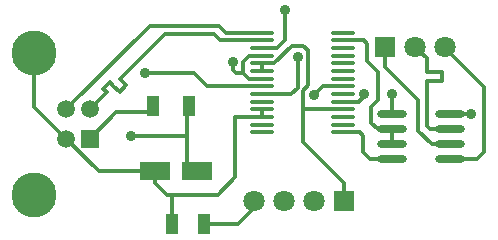
<source format=gtl>
G04 Layer_Physical_Order=1*
G04 Layer_Color=13278208*
%FSLAX42Y42*%
%MOMM*%
G71*
G01*
G75*
%ADD10O,2.10X0.35*%
%ADD11R,2.60X1.60*%
%ADD12O,2.50X0.70*%
%ADD13R,1.10X1.70*%
%ADD14R,1.00X1.70*%
%ADD15C,0.30*%
%ADD16C,1.50*%
%ADD17C,1.80*%
%ADD18R,1.80X1.80*%
%ADD19C,3.80*%
%ADD20R,1.50X1.50*%
%ADD21C,0.90*%
D10*
X6405Y7857D02*
D03*
Y7922D02*
D03*
X7095Y7078D02*
D03*
Y7143D02*
D03*
Y7207D02*
D03*
Y7273D02*
D03*
Y7338D02*
D03*
Y7403D02*
D03*
Y7467D02*
D03*
Y7533D02*
D03*
Y7598D02*
D03*
Y7662D02*
D03*
Y7727D02*
D03*
Y7793D02*
D03*
Y7857D02*
D03*
Y7922D02*
D03*
X6405Y7078D02*
D03*
Y7143D02*
D03*
Y7207D02*
D03*
Y7273D02*
D03*
Y7338D02*
D03*
Y7403D02*
D03*
Y7467D02*
D03*
Y7533D02*
D03*
Y7598D02*
D03*
Y7662D02*
D03*
Y7727D02*
D03*
Y7793D02*
D03*
D11*
X5500Y6750D02*
D03*
X5860D02*
D03*
D12*
X8000Y6977D02*
D03*
Y7104D02*
D03*
Y6850D02*
D03*
Y7231D02*
D03*
X7510Y6850D02*
D03*
Y6977D02*
D03*
Y7104D02*
D03*
Y7231D02*
D03*
D13*
X5915Y6300D02*
D03*
X5645D02*
D03*
D14*
X5485Y7300D02*
D03*
X5785D02*
D03*
D15*
X6180Y7207D02*
X6405D01*
X6180Y6698D02*
Y7207D01*
X7100Y6500D02*
Y6650D01*
X6750Y7000D02*
X7100Y6650D01*
X6750Y7000D02*
Y7431D01*
X5943Y7467D02*
X6405D01*
X5830Y7580D02*
X5943Y7467D01*
X5420Y7580D02*
X5830D01*
X5240Y7565D02*
X5585Y7910D01*
X6000D01*
X6053Y7857D02*
X6405D01*
X6000Y7910D02*
X6053Y7857D01*
X4950Y7275D02*
X5062Y7388D01*
X5204Y7529D02*
X5240Y7565D01*
X5204Y7529D02*
X5257Y7476D01*
X5201Y7419D02*
X5257Y7476D01*
X5147Y7472D02*
X5201Y7419D01*
X5119Y7501D02*
X5147Y7472D01*
X5062Y7444D02*
X5119Y7501D01*
X5062Y7444D02*
X5091Y7416D01*
X5062Y7388D02*
X5091Y7416D01*
X6160Y7610D02*
Y7670D01*
Y7610D02*
X6187Y7583D01*
X6248D01*
X6535Y7793D02*
X6600Y7857D01*
Y8110D01*
X6032Y6550D02*
X6180Y6698D01*
X7954Y7796D02*
X8290Y7460D01*
Y6910D02*
Y7460D01*
X8230Y6850D02*
X8290Y6910D01*
X8000Y6850D02*
X8230D01*
X7826Y7104D02*
X8000D01*
X7800Y7130D02*
X7826Y7104D01*
X7800Y7130D02*
Y7500D01*
X7843Y6977D02*
X8000D01*
X7730Y7090D02*
X7843Y6977D01*
X7730Y7090D02*
Y7350D01*
X7233Y7078D02*
X7260Y7051D01*
Y6910D02*
Y7051D01*
Y6910D02*
X7320Y6850D01*
X7510D01*
X7390Y7350D02*
Y7590D01*
X7330Y7290D02*
X7390Y7350D01*
X7330Y7159D02*
Y7290D01*
Y7159D02*
X7385Y7104D01*
X7300Y7680D02*
X7390Y7590D01*
X7510Y7231D02*
Y7400D01*
X7510Y7400D01*
X7270Y7383D02*
Y7400D01*
X7225Y7338D02*
X7270Y7383D01*
X7095Y7338D02*
X7225D01*
X7300Y7680D02*
Y7830D01*
X7272Y7857D02*
X7300Y7830D01*
X7095Y7857D02*
X7272D01*
X6850Y7390D02*
X6927Y7467D01*
X7095D01*
X6750Y7273D02*
X7095D01*
X6750Y7431D02*
X6794Y7476D01*
Y7775D01*
X7095Y7078D02*
X7233D01*
X5600Y6550D02*
X6032D01*
X5645Y6300D02*
Y6545D01*
X5500Y6650D02*
X5600Y6550D01*
X5500Y6650D02*
Y6750D01*
X5915Y6300D02*
X6200D01*
X6338Y6438D01*
Y6500D01*
X5750Y6800D02*
X5770Y6820D01*
X5300Y7050D02*
X5770D01*
X5172Y7247D02*
X5500D01*
X6299Y7727D02*
X6405D01*
X5770Y6820D02*
Y7300D01*
X7385Y7104D02*
X7510D01*
X6405Y7793D02*
X6535D01*
X8000Y7231D02*
X8179D01*
X6708Y7456D02*
Y7719D01*
X6655Y7403D02*
X6708Y7456D01*
X6405Y7403D02*
X6655D01*
X6756Y7813D02*
X6794Y7775D01*
X6662Y7813D02*
X6756D01*
X6512Y7662D02*
X6662Y7813D01*
X6405Y7662D02*
X6512D01*
X5500Y7247D02*
Y7300D01*
X4950Y7025D02*
X5172Y7247D01*
X6248Y7677D02*
X6299Y7727D01*
X6248Y7583D02*
Y7677D01*
Y7583D02*
X6299Y7533D01*
X6405D01*
X4479Y7296D02*
X4750Y7025D01*
X4479Y7296D02*
Y7752D01*
X5025Y6750D02*
X5500D01*
X4750Y7025D02*
X5025Y6750D01*
X7510Y6977D02*
Y7104D01*
X6405Y7207D02*
Y7273D01*
Y7598D02*
Y7662D01*
X6098Y7922D02*
X6405D01*
X6040Y7980D02*
X6098Y7922D01*
X5455Y7980D02*
X6040D01*
X4750Y7275D02*
X5455Y7980D01*
X7450Y7630D02*
X7730Y7350D01*
X7450Y7630D02*
Y7800D01*
X7800Y7590D02*
Y7630D01*
Y7590D02*
X7935D01*
Y7510D02*
Y7590D01*
X7800Y7510D02*
X7935D01*
X7800Y7500D02*
Y7510D01*
Y7630D02*
Y7704D01*
X7704Y7800D02*
X7800Y7704D01*
D16*
X4950Y7275D02*
D03*
X4750D02*
D03*
Y7025D02*
D03*
D17*
X7704Y7800D02*
D03*
X7958D02*
D03*
X6338Y6500D02*
D03*
X6846D02*
D03*
X6592D02*
D03*
D18*
X7450Y7800D02*
D03*
X7100Y6500D02*
D03*
D19*
X4479Y6548D02*
D03*
Y7752D02*
D03*
D20*
X4950Y7025D02*
D03*
D21*
X5420Y7580D02*
D03*
X6160Y7670D02*
D03*
X6600Y8110D02*
D03*
X7510Y7400D02*
D03*
X7270D02*
D03*
X6850Y7390D02*
D03*
X5300Y7050D02*
D03*
X8179Y7231D02*
D03*
X6708Y7719D02*
D03*
M02*

</source>
